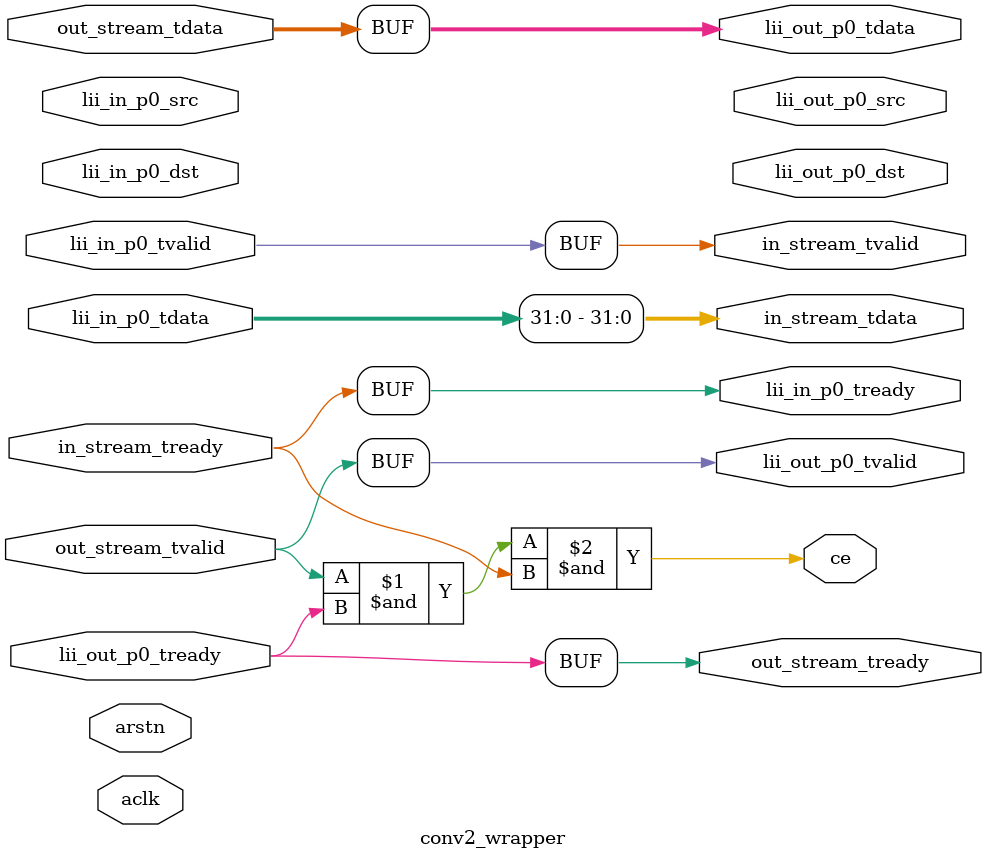
<source format=v>
`timescale 1ns/1ps

module conv2_wrapper
#(
    parameter NIN  = 1,   // logic input streams
    parameter NOUT = 1,  // logic output streams
    parameter P    = 1,              // phy in channels
    parameter Q    = 1,             // phy out channels
    parameter PW   = 64              // packing width
)
(
    // ------ clock and reset ------
    input  wire                     aclk,
    input  wire                     arstn,
    // ------ LII phy input ------
    input  wire [PW-1:0]            lii_in_p0_tdata,
    input  wire                     lii_in_p0_tvalid,
    output wire                     lii_in_p0_tready,
    input  wire [7:0]               lii_in_p0_src,
    input  wire [7:0]               lii_in_p0_dst,
    // ------ LII phy output ------
    output wire [PW-1:0]            lii_out_p0_tdata,
    output wire                     lii_out_p0_tvalid,
    input  wire                     lii_out_p0_tready,
    output wire [7:0]               lii_out_p0_src,
    output wire [7:0]               lii_out_p0_dst,
    // ------ connection to HLS kernel ------
    output wire [31:0]   in_stream_tdata,
    output wire                     in_stream_tvalid,
    input  wire                     in_stream_tready,
    input  wire [63:0]   out_stream_tdata,
    input  wire                     out_stream_tvalid,
    output wire                     out_stream_tready,
    // ------ clock enable for HLS kernel ------
    output wire                     ce
);

    // ========= input: unpack =========
    assign lii_in_p0_tready =
        in_stream_tready;
    assign in_stream_tdata  = lii_in_p0_tdata[31:0];
    assign in_stream_tvalid = lii_in_p0_tvalid;

    // ========= output: pack =========
    assign lii_out_p0_tvalid = 
        out_stream_tvalid;
    assign lii_out_p0_tdata = {
        out_stream_tdata
    };
    assign { out_stream_tready } =
           { lii_out_p0_tready };

    // ========= kernel clock gating =========
    assign ce = (out_stream_tvalid) &
                (lii_out_p0_tready) &
                (lii_in_p0_tready);
endmodule
</source>
